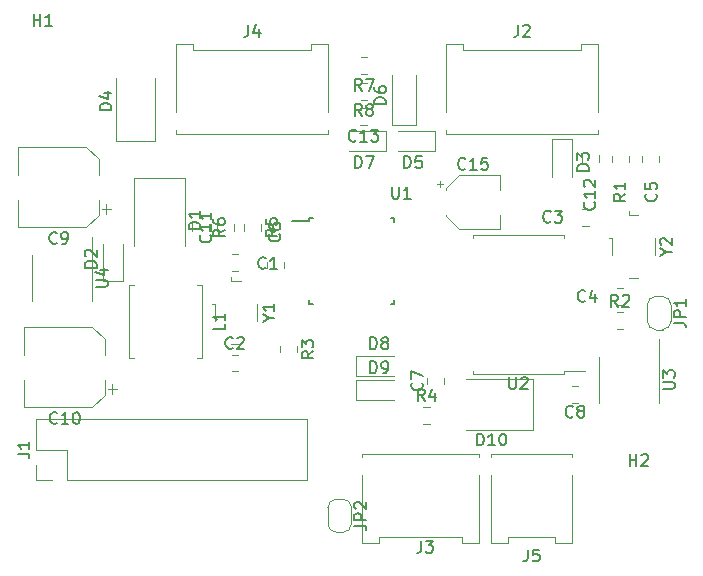
<source format=gbr>
%TF.GenerationSoftware,KiCad,Pcbnew,(5.1.6-0-10_14)*%
%TF.CreationDate,2021-03-12T18:27:13+01:00*%
%TF.ProjectId,CAN_Display,43414e5f-4469-4737-906c-61792e6b6963,rev?*%
%TF.SameCoordinates,Original*%
%TF.FileFunction,Legend,Top*%
%TF.FilePolarity,Positive*%
%FSLAX46Y46*%
G04 Gerber Fmt 4.6, Leading zero omitted, Abs format (unit mm)*
G04 Created by KiCad (PCBNEW (5.1.6-0-10_14)) date 2021-03-12 18:27:13*
%MOMM*%
%LPD*%
G01*
G04 APERTURE LIST*
%ADD10C,0.120000*%
%ADD11C,0.150000*%
G04 APERTURE END LIST*
D10*
%TO.C,U2*%
X171069000Y-94826000D02*
X167209000Y-94826000D01*
X167209000Y-94826000D02*
X167209000Y-95071000D01*
X171069000Y-94826000D02*
X174929000Y-94826000D01*
X174929000Y-94826000D02*
X174929000Y-95071000D01*
X171069000Y-106596000D02*
X167209000Y-106596000D01*
X167209000Y-106596000D02*
X167209000Y-106351000D01*
X171069000Y-106596000D02*
X174929000Y-106596000D01*
X174929000Y-106596000D02*
X174929000Y-106351000D01*
X174929000Y-106351000D02*
X176744000Y-106351000D01*
%TO.C,D10*%
X172342000Y-111370000D02*
X166642000Y-111370000D01*
X172342000Y-107070000D02*
X166642000Y-107070000D01*
X172342000Y-111370000D02*
X172342000Y-107070000D01*
%TO.C,D4*%
X137034000Y-86934000D02*
X137034000Y-81534000D01*
X140334000Y-86934000D02*
X140334000Y-81534000D01*
X137034000Y-86934000D02*
X140334000Y-86934000D01*
%TO.C,J1*%
X130242000Y-115630000D02*
X130242000Y-114300000D01*
X131572000Y-115630000D02*
X130242000Y-115630000D01*
X130242000Y-113030000D02*
X130242000Y-110430000D01*
X132842000Y-113030000D02*
X130242000Y-113030000D01*
X132842000Y-115630000D02*
X132842000Y-113030000D01*
X130242000Y-110430000D02*
X153222000Y-110430000D01*
X132842000Y-115630000D02*
X153222000Y-115630000D01*
X153222000Y-115630000D02*
X153222000Y-110430000D01*
%TO.C,J2*%
X177837000Y-78700000D02*
X177837000Y-84460000D01*
X176417000Y-78700000D02*
X177837000Y-78700000D01*
X176417000Y-79200000D02*
X176417000Y-78700000D01*
X166387000Y-79200000D02*
X176417000Y-79200000D01*
X166387000Y-78700000D02*
X166387000Y-79200000D01*
X164967000Y-78700000D02*
X166387000Y-78700000D01*
X164967000Y-84460000D02*
X164967000Y-78700000D01*
X177837000Y-86290000D02*
X177837000Y-85980000D01*
X164967000Y-86290000D02*
X177837000Y-86290000D01*
X164967000Y-85980000D02*
X164967000Y-86290000D01*
%TO.C,J5*%
X168777000Y-120944000D02*
X168777000Y-115184000D01*
X170197000Y-120944000D02*
X168777000Y-120944000D01*
X170197000Y-120444000D02*
X170197000Y-120944000D01*
X174227000Y-120444000D02*
X170197000Y-120444000D01*
X174227000Y-120944000D02*
X174227000Y-120444000D01*
X175647000Y-120944000D02*
X174227000Y-120944000D01*
X175647000Y-115184000D02*
X175647000Y-120944000D01*
X168777000Y-113354000D02*
X168777000Y-113664000D01*
X175647000Y-113354000D02*
X168777000Y-113354000D01*
X175647000Y-113664000D02*
X175647000Y-113354000D01*
%TO.C,D9*%
X157378000Y-107100000D02*
X157378000Y-108800000D01*
X157378000Y-108800000D02*
X160528000Y-108800000D01*
X157378000Y-107100000D02*
X160528000Y-107100000D01*
%TO.C,D8*%
X157378000Y-105068000D02*
X157378000Y-106768000D01*
X157378000Y-106768000D02*
X160528000Y-106768000D01*
X157378000Y-105068000D02*
X160528000Y-105068000D01*
%TO.C,D7*%
X159908000Y-87718000D02*
X159908000Y-86018000D01*
X159908000Y-86018000D02*
X156758000Y-86018000D01*
X159908000Y-87718000D02*
X156758000Y-87718000D01*
%TO.C,D5*%
X164059000Y-87718000D02*
X164059000Y-86018000D01*
X164059000Y-86018000D02*
X160909000Y-86018000D01*
X164059000Y-87718000D02*
X160909000Y-87718000D01*
%TO.C,D3*%
X175602000Y-86766000D02*
X173902000Y-86766000D01*
X173902000Y-86766000D02*
X173902000Y-89916000D01*
X175602000Y-86766000D02*
X175602000Y-89916000D01*
%TO.C,D2*%
X135929000Y-98781000D02*
X137629000Y-98781000D01*
X137629000Y-98781000D02*
X137629000Y-95631000D01*
X135929000Y-98781000D02*
X135929000Y-95631000D01*
%TO.C,Y2*%
X180441000Y-92830000D02*
X180441000Y-93130000D01*
X180441000Y-93130000D02*
X181241000Y-93130000D01*
X181241000Y-98530000D02*
X180441000Y-98530000D01*
X182641000Y-95130000D02*
X182641000Y-96530000D01*
X179041000Y-96530000D02*
X179041000Y-95130000D01*
X179041000Y-95130000D02*
X178801000Y-95130000D01*
%TO.C,Y1*%
X146786000Y-98418000D02*
X146786000Y-98718000D01*
X146786000Y-98718000D02*
X147586000Y-98718000D01*
X147586000Y-104118000D02*
X146786000Y-104118000D01*
X148986000Y-100718000D02*
X148986000Y-102118000D01*
X145386000Y-102118000D02*
X145386000Y-100718000D01*
X145386000Y-100718000D02*
X145146000Y-100718000D01*
%TO.C,JP2*%
X156956000Y-117918000D02*
X156956000Y-119318000D01*
X156256000Y-120018000D02*
X155656000Y-120018000D01*
X154956000Y-119318000D02*
X154956000Y-117918000D01*
X155656000Y-117218000D02*
X156256000Y-117218000D01*
X156256000Y-117218000D02*
G75*
G02*
X156956000Y-117918000I0J-700000D01*
G01*
X154956000Y-117918000D02*
G75*
G02*
X155656000Y-117218000I700000J0D01*
G01*
X155656000Y-120018000D02*
G75*
G02*
X154956000Y-119318000I0J700000D01*
G01*
X156956000Y-119318000D02*
G75*
G02*
X156256000Y-120018000I-700000J0D01*
G01*
%TO.C,J4*%
X154994000Y-78700000D02*
X154994000Y-84460000D01*
X153574000Y-78700000D02*
X154994000Y-78700000D01*
X153574000Y-79200000D02*
X153574000Y-78700000D01*
X143544000Y-79200000D02*
X153574000Y-79200000D01*
X143544000Y-78700000D02*
X143544000Y-79200000D01*
X142124000Y-78700000D02*
X143544000Y-78700000D01*
X142124000Y-84460000D02*
X142124000Y-78700000D01*
X154994000Y-86290000D02*
X154994000Y-85980000D01*
X142124000Y-86290000D02*
X154994000Y-86290000D01*
X142124000Y-85980000D02*
X142124000Y-86290000D01*
%TO.C,R8*%
X158258252Y-81967000D02*
X157735748Y-81967000D01*
X158258252Y-83387000D02*
X157735748Y-83387000D01*
%TO.C,R7*%
X158258252Y-79808000D02*
X157735748Y-79808000D01*
X158258252Y-81228000D02*
X157735748Y-81228000D01*
%TO.C,D6*%
X162417000Y-85580000D02*
X162417000Y-81280000D01*
X160417000Y-85580000D02*
X162417000Y-85580000D01*
X160417000Y-81280000D02*
X160417000Y-85580000D01*
%TO.C,C15*%
X164487000Y-90265000D02*
X164487000Y-90765000D01*
X164237000Y-90515000D02*
X164737000Y-90515000D01*
X164977000Y-93270563D02*
X166041437Y-94335000D01*
X164977000Y-90879437D02*
X166041437Y-89815000D01*
X164977000Y-90879437D02*
X164977000Y-91015000D01*
X164977000Y-93270563D02*
X164977000Y-93135000D01*
X166041437Y-94335000D02*
X169497000Y-94335000D01*
X166041437Y-89815000D02*
X169497000Y-89815000D01*
X169497000Y-89815000D02*
X169497000Y-91015000D01*
X169497000Y-94335000D02*
X169497000Y-93135000D01*
%TO.C,C13*%
X158240252Y-84126000D02*
X157717748Y-84126000D01*
X158240252Y-85546000D02*
X157717748Y-85546000D01*
%TO.C,U4*%
X129901000Y-98490000D02*
X129901000Y-100440000D01*
X129901000Y-98490000D02*
X129901000Y-96540000D01*
X135021000Y-98490000D02*
X135021000Y-100440000D01*
X135021000Y-98490000D02*
X135021000Y-95040000D01*
%TO.C,L1*%
X144324000Y-99092000D02*
X144324000Y-105292000D01*
X144324000Y-105292000D02*
X143874000Y-105292000D01*
X138124000Y-105292000D02*
X138124000Y-99092000D01*
X138124000Y-105292000D02*
X138574000Y-105292000D01*
X138124000Y-99092000D02*
X138574000Y-99092000D01*
X144324000Y-99092000D02*
X143874000Y-99092000D01*
%TO.C,D1*%
X142866000Y-90058000D02*
X138566000Y-90058000D01*
X138566000Y-90058000D02*
X138566000Y-95758000D01*
X142866000Y-90058000D02*
X142866000Y-95758000D01*
%TO.C,C10*%
X129272000Y-102635000D02*
X129272000Y-104985000D01*
X129272000Y-109455000D02*
X129272000Y-107105000D01*
X135027563Y-109455000D02*
X129272000Y-109455000D01*
X135027563Y-102635000D02*
X129272000Y-102635000D01*
X136092000Y-103699437D02*
X136092000Y-104985000D01*
X136092000Y-108390563D02*
X136092000Y-107105000D01*
X136092000Y-108390563D02*
X135027563Y-109455000D01*
X136092000Y-103699437D02*
X135027563Y-102635000D01*
X137119500Y-107892500D02*
X136332000Y-107892500D01*
X136725750Y-108286250D02*
X136725750Y-107498750D01*
%TO.C,C9*%
X128764000Y-87395000D02*
X128764000Y-89745000D01*
X128764000Y-94215000D02*
X128764000Y-91865000D01*
X134519563Y-94215000D02*
X128764000Y-94215000D01*
X134519563Y-87395000D02*
X128764000Y-87395000D01*
X135584000Y-88459437D02*
X135584000Y-89745000D01*
X135584000Y-93150563D02*
X135584000Y-91865000D01*
X135584000Y-93150563D02*
X134519563Y-94215000D01*
X135584000Y-88459437D02*
X134519563Y-87395000D01*
X136611500Y-92652500D02*
X135824000Y-92652500D01*
X136217750Y-93046250D02*
X136217750Y-92258750D01*
%TO.C,C12*%
X177875000Y-88121748D02*
X177875000Y-88644252D01*
X176455000Y-88121748D02*
X176455000Y-88644252D01*
%TO.C,R6*%
X144855000Y-93963748D02*
X144855000Y-94486252D01*
X143435000Y-93963748D02*
X143435000Y-94486252D01*
%TO.C,R5*%
X149300000Y-93963748D02*
X149300000Y-94486252D01*
X147880000Y-93963748D02*
X147880000Y-94486252D01*
%TO.C,C11*%
X145594000Y-94486252D02*
X145594000Y-93963748D01*
X147014000Y-94486252D02*
X147014000Y-93963748D01*
%TO.C,U3*%
X183027000Y-107123000D02*
X183027000Y-103673000D01*
X183027000Y-107123000D02*
X183027000Y-109073000D01*
X177907000Y-107123000D02*
X177907000Y-105173000D01*
X177907000Y-107123000D02*
X177907000Y-109073000D01*
%TO.C,R4*%
X163051748Y-110819000D02*
X163574252Y-110819000D01*
X163051748Y-109399000D02*
X163574252Y-109399000D01*
%TO.C,J3*%
X167725000Y-113664000D02*
X167725000Y-113354000D01*
X167725000Y-113354000D02*
X157855000Y-113354000D01*
X157855000Y-113354000D02*
X157855000Y-113664000D01*
X167725000Y-115184000D02*
X167725000Y-120944000D01*
X167725000Y-120944000D02*
X166305000Y-120944000D01*
X166305000Y-120944000D02*
X166305000Y-120444000D01*
X166305000Y-120444000D02*
X159275000Y-120444000D01*
X159275000Y-120444000D02*
X159275000Y-120944000D01*
X159275000Y-120944000D02*
X157855000Y-120944000D01*
X157855000Y-120944000D02*
X157855000Y-115184000D01*
%TO.C,R3*%
X152348000Y-104268748D02*
X152348000Y-104791252D01*
X150928000Y-104268748D02*
X150928000Y-104791252D01*
D11*
%TO.C,U1*%
X153347000Y-93403000D02*
X153347000Y-93628000D01*
X160597000Y-93403000D02*
X160597000Y-93728000D01*
X160597000Y-100653000D02*
X160597000Y-100328000D01*
X153347000Y-100653000D02*
X153347000Y-100328000D01*
X153347000Y-93403000D02*
X153672000Y-93403000D01*
X153347000Y-100653000D02*
X153672000Y-100653000D01*
X160597000Y-100653000D02*
X160272000Y-100653000D01*
X160597000Y-93403000D02*
X160272000Y-93403000D01*
X153347000Y-93628000D02*
X151922000Y-93628000D01*
D10*
%TO.C,C8*%
X175624748Y-109041000D02*
X176147252Y-109041000D01*
X175624748Y-107621000D02*
X176147252Y-107621000D01*
%TO.C,C7*%
X164794000Y-107458252D02*
X164794000Y-106935748D01*
X163374000Y-107458252D02*
X163374000Y-106935748D01*
%TO.C,C6*%
X151205000Y-97661252D02*
X151205000Y-97138748D01*
X149785000Y-97661252D02*
X149785000Y-97138748D01*
%TO.C,C5*%
X181535000Y-88139748D02*
X181535000Y-88662252D01*
X182955000Y-88139748D02*
X182955000Y-88662252D01*
%TO.C,R2*%
X179434748Y-102818000D02*
X179957252Y-102818000D01*
X179434748Y-101398000D02*
X179957252Y-101398000D01*
%TO.C,R1*%
X178995000Y-88139748D02*
X178995000Y-88662252D01*
X180415000Y-88139748D02*
X180415000Y-88662252D01*
%TO.C,JP1*%
X184007000Y-100758000D02*
X184007000Y-102158000D01*
X183307000Y-102858000D02*
X182707000Y-102858000D01*
X182007000Y-102158000D02*
X182007000Y-100758000D01*
X182707000Y-100058000D02*
X183307000Y-100058000D01*
X183307000Y-100058000D02*
G75*
G02*
X184007000Y-100758000I0J-700000D01*
G01*
X182007000Y-100758000D02*
G75*
G02*
X182707000Y-100058000I700000J0D01*
G01*
X182707000Y-102858000D02*
G75*
G02*
X182007000Y-102158000I0J700000D01*
G01*
X184007000Y-102158000D02*
G75*
G02*
X183307000Y-102858000I-700000J0D01*
G01*
%TO.C,C4*%
X179957252Y-99366000D02*
X179434748Y-99366000D01*
X179957252Y-100786000D02*
X179434748Y-100786000D01*
%TO.C,C3*%
X177036252Y-92635000D02*
X176513748Y-92635000D01*
X177036252Y-94055000D02*
X176513748Y-94055000D01*
%TO.C,C2*%
X146813748Y-106392000D02*
X147336252Y-106392000D01*
X146813748Y-104972000D02*
X147336252Y-104972000D01*
%TO.C,C1*%
X147336252Y-96445000D02*
X146813748Y-96445000D01*
X147336252Y-97865000D02*
X146813748Y-97865000D01*
%TO.C,U2*%
D11*
X170307095Y-106883380D02*
X170307095Y-107692904D01*
X170354714Y-107788142D01*
X170402333Y-107835761D01*
X170497571Y-107883380D01*
X170688047Y-107883380D01*
X170783285Y-107835761D01*
X170830904Y-107788142D01*
X170878523Y-107692904D01*
X170878523Y-106883380D01*
X171307095Y-106978619D02*
X171354714Y-106931000D01*
X171449952Y-106883380D01*
X171688047Y-106883380D01*
X171783285Y-106931000D01*
X171830904Y-106978619D01*
X171878523Y-107073857D01*
X171878523Y-107169095D01*
X171830904Y-107311952D01*
X171259476Y-107883380D01*
X171878523Y-107883380D01*
%TO.C,D10*%
X167577714Y-112672380D02*
X167577714Y-111672380D01*
X167815809Y-111672380D01*
X167958666Y-111720000D01*
X168053904Y-111815238D01*
X168101523Y-111910476D01*
X168149142Y-112100952D01*
X168149142Y-112243809D01*
X168101523Y-112434285D01*
X168053904Y-112529523D01*
X167958666Y-112624761D01*
X167815809Y-112672380D01*
X167577714Y-112672380D01*
X169101523Y-112672380D02*
X168530095Y-112672380D01*
X168815809Y-112672380D02*
X168815809Y-111672380D01*
X168720571Y-111815238D01*
X168625333Y-111910476D01*
X168530095Y-111958095D01*
X169720571Y-111672380D02*
X169815809Y-111672380D01*
X169911047Y-111720000D01*
X169958666Y-111767619D01*
X170006285Y-111862857D01*
X170053904Y-112053333D01*
X170053904Y-112291428D01*
X170006285Y-112481904D01*
X169958666Y-112577142D01*
X169911047Y-112624761D01*
X169815809Y-112672380D01*
X169720571Y-112672380D01*
X169625333Y-112624761D01*
X169577714Y-112577142D01*
X169530095Y-112481904D01*
X169482476Y-112291428D01*
X169482476Y-112053333D01*
X169530095Y-111862857D01*
X169577714Y-111767619D01*
X169625333Y-111720000D01*
X169720571Y-111672380D01*
%TO.C,D4*%
X136636380Y-84272095D02*
X135636380Y-84272095D01*
X135636380Y-84034000D01*
X135684000Y-83891142D01*
X135779238Y-83795904D01*
X135874476Y-83748285D01*
X136064952Y-83700666D01*
X136207809Y-83700666D01*
X136398285Y-83748285D01*
X136493523Y-83795904D01*
X136588761Y-83891142D01*
X136636380Y-84034000D01*
X136636380Y-84272095D01*
X135969714Y-82843523D02*
X136636380Y-82843523D01*
X135588761Y-83081619D02*
X136303047Y-83319714D01*
X136303047Y-82700666D01*
%TO.C,J1*%
X128694380Y-113363333D02*
X129408666Y-113363333D01*
X129551523Y-113410952D01*
X129646761Y-113506190D01*
X129694380Y-113649047D01*
X129694380Y-113744285D01*
X129694380Y-112363333D02*
X129694380Y-112934761D01*
X129694380Y-112649047D02*
X128694380Y-112649047D01*
X128837238Y-112744285D01*
X128932476Y-112839523D01*
X128980095Y-112934761D01*
%TO.C,J2*%
X171068666Y-77062380D02*
X171068666Y-77776666D01*
X171021047Y-77919523D01*
X170925809Y-78014761D01*
X170782952Y-78062380D01*
X170687714Y-78062380D01*
X171497238Y-77157619D02*
X171544857Y-77110000D01*
X171640095Y-77062380D01*
X171878190Y-77062380D01*
X171973428Y-77110000D01*
X172021047Y-77157619D01*
X172068666Y-77252857D01*
X172068666Y-77348095D01*
X172021047Y-77490952D01*
X171449619Y-78062380D01*
X172068666Y-78062380D01*
%TO.C,J5*%
X171878666Y-121486380D02*
X171878666Y-122200666D01*
X171831047Y-122343523D01*
X171735809Y-122438761D01*
X171592952Y-122486380D01*
X171497714Y-122486380D01*
X172831047Y-121486380D02*
X172354857Y-121486380D01*
X172307238Y-121962571D01*
X172354857Y-121914952D01*
X172450095Y-121867333D01*
X172688190Y-121867333D01*
X172783428Y-121914952D01*
X172831047Y-121962571D01*
X172878666Y-122057809D01*
X172878666Y-122295904D01*
X172831047Y-122391142D01*
X172783428Y-122438761D01*
X172688190Y-122486380D01*
X172450095Y-122486380D01*
X172354857Y-122438761D01*
X172307238Y-122391142D01*
%TO.C,D9*%
X158539904Y-106552380D02*
X158539904Y-105552380D01*
X158778000Y-105552380D01*
X158920857Y-105600000D01*
X159016095Y-105695238D01*
X159063714Y-105790476D01*
X159111333Y-105980952D01*
X159111333Y-106123809D01*
X159063714Y-106314285D01*
X159016095Y-106409523D01*
X158920857Y-106504761D01*
X158778000Y-106552380D01*
X158539904Y-106552380D01*
X159587523Y-106552380D02*
X159778000Y-106552380D01*
X159873238Y-106504761D01*
X159920857Y-106457142D01*
X160016095Y-106314285D01*
X160063714Y-106123809D01*
X160063714Y-105742857D01*
X160016095Y-105647619D01*
X159968476Y-105600000D01*
X159873238Y-105552380D01*
X159682761Y-105552380D01*
X159587523Y-105600000D01*
X159539904Y-105647619D01*
X159492285Y-105742857D01*
X159492285Y-105980952D01*
X159539904Y-106076190D01*
X159587523Y-106123809D01*
X159682761Y-106171428D01*
X159873238Y-106171428D01*
X159968476Y-106123809D01*
X160016095Y-106076190D01*
X160063714Y-105980952D01*
%TO.C,D8*%
X158539904Y-104520380D02*
X158539904Y-103520380D01*
X158778000Y-103520380D01*
X158920857Y-103568000D01*
X159016095Y-103663238D01*
X159063714Y-103758476D01*
X159111333Y-103948952D01*
X159111333Y-104091809D01*
X159063714Y-104282285D01*
X159016095Y-104377523D01*
X158920857Y-104472761D01*
X158778000Y-104520380D01*
X158539904Y-104520380D01*
X159682761Y-103948952D02*
X159587523Y-103901333D01*
X159539904Y-103853714D01*
X159492285Y-103758476D01*
X159492285Y-103710857D01*
X159539904Y-103615619D01*
X159587523Y-103568000D01*
X159682761Y-103520380D01*
X159873238Y-103520380D01*
X159968476Y-103568000D01*
X160016095Y-103615619D01*
X160063714Y-103710857D01*
X160063714Y-103758476D01*
X160016095Y-103853714D01*
X159968476Y-103901333D01*
X159873238Y-103948952D01*
X159682761Y-103948952D01*
X159587523Y-103996571D01*
X159539904Y-104044190D01*
X159492285Y-104139428D01*
X159492285Y-104329904D01*
X159539904Y-104425142D01*
X159587523Y-104472761D01*
X159682761Y-104520380D01*
X159873238Y-104520380D01*
X159968476Y-104472761D01*
X160016095Y-104425142D01*
X160063714Y-104329904D01*
X160063714Y-104139428D01*
X160016095Y-104044190D01*
X159968476Y-103996571D01*
X159873238Y-103948952D01*
%TO.C,D7*%
X157269904Y-89170380D02*
X157269904Y-88170380D01*
X157508000Y-88170380D01*
X157650857Y-88218000D01*
X157746095Y-88313238D01*
X157793714Y-88408476D01*
X157841333Y-88598952D01*
X157841333Y-88741809D01*
X157793714Y-88932285D01*
X157746095Y-89027523D01*
X157650857Y-89122761D01*
X157508000Y-89170380D01*
X157269904Y-89170380D01*
X158174666Y-88170380D02*
X158841333Y-88170380D01*
X158412761Y-89170380D01*
%TO.C,D5*%
X161420904Y-89170380D02*
X161420904Y-88170380D01*
X161659000Y-88170380D01*
X161801857Y-88218000D01*
X161897095Y-88313238D01*
X161944714Y-88408476D01*
X161992333Y-88598952D01*
X161992333Y-88741809D01*
X161944714Y-88932285D01*
X161897095Y-89027523D01*
X161801857Y-89122761D01*
X161659000Y-89170380D01*
X161420904Y-89170380D01*
X162897095Y-88170380D02*
X162420904Y-88170380D01*
X162373285Y-88646571D01*
X162420904Y-88598952D01*
X162516142Y-88551333D01*
X162754238Y-88551333D01*
X162849476Y-88598952D01*
X162897095Y-88646571D01*
X162944714Y-88741809D01*
X162944714Y-88979904D01*
X162897095Y-89075142D01*
X162849476Y-89122761D01*
X162754238Y-89170380D01*
X162516142Y-89170380D01*
X162420904Y-89122761D01*
X162373285Y-89075142D01*
%TO.C,D3*%
X177054380Y-89404095D02*
X176054380Y-89404095D01*
X176054380Y-89166000D01*
X176102000Y-89023142D01*
X176197238Y-88927904D01*
X176292476Y-88880285D01*
X176482952Y-88832666D01*
X176625809Y-88832666D01*
X176816285Y-88880285D01*
X176911523Y-88927904D01*
X177006761Y-89023142D01*
X177054380Y-89166000D01*
X177054380Y-89404095D01*
X176054380Y-88499333D02*
X176054380Y-87880285D01*
X176435333Y-88213619D01*
X176435333Y-88070761D01*
X176482952Y-87975523D01*
X176530571Y-87927904D01*
X176625809Y-87880285D01*
X176863904Y-87880285D01*
X176959142Y-87927904D01*
X177006761Y-87975523D01*
X177054380Y-88070761D01*
X177054380Y-88356476D01*
X177006761Y-88451714D01*
X176959142Y-88499333D01*
%TO.C,D2*%
X135381380Y-97619095D02*
X134381380Y-97619095D01*
X134381380Y-97381000D01*
X134429000Y-97238142D01*
X134524238Y-97142904D01*
X134619476Y-97095285D01*
X134809952Y-97047666D01*
X134952809Y-97047666D01*
X135143285Y-97095285D01*
X135238523Y-97142904D01*
X135333761Y-97238142D01*
X135381380Y-97381000D01*
X135381380Y-97619095D01*
X134476619Y-96666714D02*
X134429000Y-96619095D01*
X134381380Y-96523857D01*
X134381380Y-96285761D01*
X134429000Y-96190523D01*
X134476619Y-96142904D01*
X134571857Y-96095285D01*
X134667095Y-96095285D01*
X134809952Y-96142904D01*
X135381380Y-96714333D01*
X135381380Y-96095285D01*
%TO.C,Y2*%
X183617190Y-96306190D02*
X184093380Y-96306190D01*
X183093380Y-96639523D02*
X183617190Y-96306190D01*
X183093380Y-95972857D01*
X183188619Y-95687142D02*
X183141000Y-95639523D01*
X183093380Y-95544285D01*
X183093380Y-95306190D01*
X183141000Y-95210952D01*
X183188619Y-95163333D01*
X183283857Y-95115714D01*
X183379095Y-95115714D01*
X183521952Y-95163333D01*
X184093380Y-95734761D01*
X184093380Y-95115714D01*
%TO.C,Y1*%
X149962190Y-101894190D02*
X150438380Y-101894190D01*
X149438380Y-102227523D02*
X149962190Y-101894190D01*
X149438380Y-101560857D01*
X150438380Y-100703714D02*
X150438380Y-101275142D01*
X150438380Y-100989428D02*
X149438380Y-100989428D01*
X149581238Y-101084666D01*
X149676476Y-101179904D01*
X149724095Y-101275142D01*
%TO.C,JP2*%
X157208380Y-119451333D02*
X157922666Y-119451333D01*
X158065523Y-119498952D01*
X158160761Y-119594190D01*
X158208380Y-119737047D01*
X158208380Y-119832285D01*
X158208380Y-118975142D02*
X157208380Y-118975142D01*
X157208380Y-118594190D01*
X157256000Y-118498952D01*
X157303619Y-118451333D01*
X157398857Y-118403714D01*
X157541714Y-118403714D01*
X157636952Y-118451333D01*
X157684571Y-118498952D01*
X157732190Y-118594190D01*
X157732190Y-118975142D01*
X157303619Y-118022761D02*
X157256000Y-117975142D01*
X157208380Y-117879904D01*
X157208380Y-117641809D01*
X157256000Y-117546571D01*
X157303619Y-117498952D01*
X157398857Y-117451333D01*
X157494095Y-117451333D01*
X157636952Y-117498952D01*
X158208380Y-118070380D01*
X158208380Y-117451333D01*
%TO.C,J4*%
X148225666Y-77062380D02*
X148225666Y-77776666D01*
X148178047Y-77919523D01*
X148082809Y-78014761D01*
X147939952Y-78062380D01*
X147844714Y-78062380D01*
X149130428Y-77395714D02*
X149130428Y-78062380D01*
X148892333Y-77014761D02*
X148654238Y-77729047D01*
X149273285Y-77729047D01*
%TO.C,R8*%
X157830333Y-84779380D02*
X157497000Y-84303190D01*
X157258904Y-84779380D02*
X157258904Y-83779380D01*
X157639857Y-83779380D01*
X157735095Y-83827000D01*
X157782714Y-83874619D01*
X157830333Y-83969857D01*
X157830333Y-84112714D01*
X157782714Y-84207952D01*
X157735095Y-84255571D01*
X157639857Y-84303190D01*
X157258904Y-84303190D01*
X158401761Y-84207952D02*
X158306523Y-84160333D01*
X158258904Y-84112714D01*
X158211285Y-84017476D01*
X158211285Y-83969857D01*
X158258904Y-83874619D01*
X158306523Y-83827000D01*
X158401761Y-83779380D01*
X158592238Y-83779380D01*
X158687476Y-83827000D01*
X158735095Y-83874619D01*
X158782714Y-83969857D01*
X158782714Y-84017476D01*
X158735095Y-84112714D01*
X158687476Y-84160333D01*
X158592238Y-84207952D01*
X158401761Y-84207952D01*
X158306523Y-84255571D01*
X158258904Y-84303190D01*
X158211285Y-84398428D01*
X158211285Y-84588904D01*
X158258904Y-84684142D01*
X158306523Y-84731761D01*
X158401761Y-84779380D01*
X158592238Y-84779380D01*
X158687476Y-84731761D01*
X158735095Y-84684142D01*
X158782714Y-84588904D01*
X158782714Y-84398428D01*
X158735095Y-84303190D01*
X158687476Y-84255571D01*
X158592238Y-84207952D01*
%TO.C,R7*%
X157830333Y-82620380D02*
X157497000Y-82144190D01*
X157258904Y-82620380D02*
X157258904Y-81620380D01*
X157639857Y-81620380D01*
X157735095Y-81668000D01*
X157782714Y-81715619D01*
X157830333Y-81810857D01*
X157830333Y-81953714D01*
X157782714Y-82048952D01*
X157735095Y-82096571D01*
X157639857Y-82144190D01*
X157258904Y-82144190D01*
X158163666Y-81620380D02*
X158830333Y-81620380D01*
X158401761Y-82620380D01*
%TO.C,D6*%
X159869380Y-83768095D02*
X158869380Y-83768095D01*
X158869380Y-83530000D01*
X158917000Y-83387142D01*
X159012238Y-83291904D01*
X159107476Y-83244285D01*
X159297952Y-83196666D01*
X159440809Y-83196666D01*
X159631285Y-83244285D01*
X159726523Y-83291904D01*
X159821761Y-83387142D01*
X159869380Y-83530000D01*
X159869380Y-83768095D01*
X158869380Y-82339523D02*
X158869380Y-82530000D01*
X158917000Y-82625238D01*
X158964619Y-82672857D01*
X159107476Y-82768095D01*
X159297952Y-82815714D01*
X159678904Y-82815714D01*
X159774142Y-82768095D01*
X159821761Y-82720476D01*
X159869380Y-82625238D01*
X159869380Y-82434761D01*
X159821761Y-82339523D01*
X159774142Y-82291904D01*
X159678904Y-82244285D01*
X159440809Y-82244285D01*
X159345571Y-82291904D01*
X159297952Y-82339523D01*
X159250333Y-82434761D01*
X159250333Y-82625238D01*
X159297952Y-82720476D01*
X159345571Y-82768095D01*
X159440809Y-82815714D01*
%TO.C,C15*%
X166594142Y-89232142D02*
X166546523Y-89279761D01*
X166403666Y-89327380D01*
X166308428Y-89327380D01*
X166165571Y-89279761D01*
X166070333Y-89184523D01*
X166022714Y-89089285D01*
X165975095Y-88898809D01*
X165975095Y-88755952D01*
X166022714Y-88565476D01*
X166070333Y-88470238D01*
X166165571Y-88375000D01*
X166308428Y-88327380D01*
X166403666Y-88327380D01*
X166546523Y-88375000D01*
X166594142Y-88422619D01*
X167546523Y-89327380D02*
X166975095Y-89327380D01*
X167260809Y-89327380D02*
X167260809Y-88327380D01*
X167165571Y-88470238D01*
X167070333Y-88565476D01*
X166975095Y-88613095D01*
X168451285Y-88327380D02*
X167975095Y-88327380D01*
X167927476Y-88803571D01*
X167975095Y-88755952D01*
X168070333Y-88708333D01*
X168308428Y-88708333D01*
X168403666Y-88755952D01*
X168451285Y-88803571D01*
X168498904Y-88898809D01*
X168498904Y-89136904D01*
X168451285Y-89232142D01*
X168403666Y-89279761D01*
X168308428Y-89327380D01*
X168070333Y-89327380D01*
X167975095Y-89279761D01*
X167927476Y-89232142D01*
%TO.C,C13*%
X157336142Y-86843142D02*
X157288523Y-86890761D01*
X157145666Y-86938380D01*
X157050428Y-86938380D01*
X156907571Y-86890761D01*
X156812333Y-86795523D01*
X156764714Y-86700285D01*
X156717095Y-86509809D01*
X156717095Y-86366952D01*
X156764714Y-86176476D01*
X156812333Y-86081238D01*
X156907571Y-85986000D01*
X157050428Y-85938380D01*
X157145666Y-85938380D01*
X157288523Y-85986000D01*
X157336142Y-86033619D01*
X158288523Y-86938380D02*
X157717095Y-86938380D01*
X158002809Y-86938380D02*
X158002809Y-85938380D01*
X157907571Y-86081238D01*
X157812333Y-86176476D01*
X157717095Y-86224095D01*
X158621857Y-85938380D02*
X159240904Y-85938380D01*
X158907571Y-86319333D01*
X159050428Y-86319333D01*
X159145666Y-86366952D01*
X159193285Y-86414571D01*
X159240904Y-86509809D01*
X159240904Y-86747904D01*
X159193285Y-86843142D01*
X159145666Y-86890761D01*
X159050428Y-86938380D01*
X158764714Y-86938380D01*
X158669476Y-86890761D01*
X158621857Y-86843142D01*
%TO.C,U4*%
X135313380Y-99251904D02*
X136122904Y-99251904D01*
X136218142Y-99204285D01*
X136265761Y-99156666D01*
X136313380Y-99061428D01*
X136313380Y-98870952D01*
X136265761Y-98775714D01*
X136218142Y-98728095D01*
X136122904Y-98680476D01*
X135313380Y-98680476D01*
X135646714Y-97775714D02*
X136313380Y-97775714D01*
X135265761Y-98013809D02*
X135980047Y-98251904D01*
X135980047Y-97632857D01*
%TO.C,L1*%
X146276380Y-102358666D02*
X146276380Y-102834857D01*
X145276380Y-102834857D01*
X146276380Y-101501523D02*
X146276380Y-102072952D01*
X146276380Y-101787238D02*
X145276380Y-101787238D01*
X145419238Y-101882476D01*
X145514476Y-101977714D01*
X145562095Y-102072952D01*
%TO.C,D1*%
X144168380Y-94346095D02*
X143168380Y-94346095D01*
X143168380Y-94108000D01*
X143216000Y-93965142D01*
X143311238Y-93869904D01*
X143406476Y-93822285D01*
X143596952Y-93774666D01*
X143739809Y-93774666D01*
X143930285Y-93822285D01*
X144025523Y-93869904D01*
X144120761Y-93965142D01*
X144168380Y-94108000D01*
X144168380Y-94346095D01*
X144168380Y-92822285D02*
X144168380Y-93393714D01*
X144168380Y-93108000D02*
X143168380Y-93108000D01*
X143311238Y-93203238D01*
X143406476Y-93298476D01*
X143454095Y-93393714D01*
%TO.C,C10*%
X132039142Y-110752142D02*
X131991523Y-110799761D01*
X131848666Y-110847380D01*
X131753428Y-110847380D01*
X131610571Y-110799761D01*
X131515333Y-110704523D01*
X131467714Y-110609285D01*
X131420095Y-110418809D01*
X131420095Y-110275952D01*
X131467714Y-110085476D01*
X131515333Y-109990238D01*
X131610571Y-109895000D01*
X131753428Y-109847380D01*
X131848666Y-109847380D01*
X131991523Y-109895000D01*
X132039142Y-109942619D01*
X132991523Y-110847380D02*
X132420095Y-110847380D01*
X132705809Y-110847380D02*
X132705809Y-109847380D01*
X132610571Y-109990238D01*
X132515333Y-110085476D01*
X132420095Y-110133095D01*
X133610571Y-109847380D02*
X133705809Y-109847380D01*
X133801047Y-109895000D01*
X133848666Y-109942619D01*
X133896285Y-110037857D01*
X133943904Y-110228333D01*
X133943904Y-110466428D01*
X133896285Y-110656904D01*
X133848666Y-110752142D01*
X133801047Y-110799761D01*
X133705809Y-110847380D01*
X133610571Y-110847380D01*
X133515333Y-110799761D01*
X133467714Y-110752142D01*
X133420095Y-110656904D01*
X133372476Y-110466428D01*
X133372476Y-110228333D01*
X133420095Y-110037857D01*
X133467714Y-109942619D01*
X133515333Y-109895000D01*
X133610571Y-109847380D01*
%TO.C,C9*%
X132007333Y-95512142D02*
X131959714Y-95559761D01*
X131816857Y-95607380D01*
X131721619Y-95607380D01*
X131578761Y-95559761D01*
X131483523Y-95464523D01*
X131435904Y-95369285D01*
X131388285Y-95178809D01*
X131388285Y-95035952D01*
X131435904Y-94845476D01*
X131483523Y-94750238D01*
X131578761Y-94655000D01*
X131721619Y-94607380D01*
X131816857Y-94607380D01*
X131959714Y-94655000D01*
X132007333Y-94702619D01*
X132483523Y-95607380D02*
X132674000Y-95607380D01*
X132769238Y-95559761D01*
X132816857Y-95512142D01*
X132912095Y-95369285D01*
X132959714Y-95178809D01*
X132959714Y-94797857D01*
X132912095Y-94702619D01*
X132864476Y-94655000D01*
X132769238Y-94607380D01*
X132578761Y-94607380D01*
X132483523Y-94655000D01*
X132435904Y-94702619D01*
X132388285Y-94797857D01*
X132388285Y-95035952D01*
X132435904Y-95131190D01*
X132483523Y-95178809D01*
X132578761Y-95226428D01*
X132769238Y-95226428D01*
X132864476Y-95178809D01*
X132912095Y-95131190D01*
X132959714Y-95035952D01*
%TO.C,C12*%
X177522142Y-92082857D02*
X177569761Y-92130476D01*
X177617380Y-92273333D01*
X177617380Y-92368571D01*
X177569761Y-92511428D01*
X177474523Y-92606666D01*
X177379285Y-92654285D01*
X177188809Y-92701904D01*
X177045952Y-92701904D01*
X176855476Y-92654285D01*
X176760238Y-92606666D01*
X176665000Y-92511428D01*
X176617380Y-92368571D01*
X176617380Y-92273333D01*
X176665000Y-92130476D01*
X176712619Y-92082857D01*
X177617380Y-91130476D02*
X177617380Y-91701904D01*
X177617380Y-91416190D02*
X176617380Y-91416190D01*
X176760238Y-91511428D01*
X176855476Y-91606666D01*
X176903095Y-91701904D01*
X176712619Y-90749523D02*
X176665000Y-90701904D01*
X176617380Y-90606666D01*
X176617380Y-90368571D01*
X176665000Y-90273333D01*
X176712619Y-90225714D01*
X176807857Y-90178095D01*
X176903095Y-90178095D01*
X177045952Y-90225714D01*
X177617380Y-90797142D01*
X177617380Y-90178095D01*
%TO.C,R6*%
X146247380Y-94391666D02*
X145771190Y-94725000D01*
X146247380Y-94963095D02*
X145247380Y-94963095D01*
X145247380Y-94582142D01*
X145295000Y-94486904D01*
X145342619Y-94439285D01*
X145437857Y-94391666D01*
X145580714Y-94391666D01*
X145675952Y-94439285D01*
X145723571Y-94486904D01*
X145771190Y-94582142D01*
X145771190Y-94963095D01*
X145247380Y-93534523D02*
X145247380Y-93725000D01*
X145295000Y-93820238D01*
X145342619Y-93867857D01*
X145485476Y-93963095D01*
X145675952Y-94010714D01*
X146056904Y-94010714D01*
X146152142Y-93963095D01*
X146199761Y-93915476D01*
X146247380Y-93820238D01*
X146247380Y-93629761D01*
X146199761Y-93534523D01*
X146152142Y-93486904D01*
X146056904Y-93439285D01*
X145818809Y-93439285D01*
X145723571Y-93486904D01*
X145675952Y-93534523D01*
X145628333Y-93629761D01*
X145628333Y-93820238D01*
X145675952Y-93915476D01*
X145723571Y-93963095D01*
X145818809Y-94010714D01*
%TO.C,R5*%
X150692380Y-94391666D02*
X150216190Y-94725000D01*
X150692380Y-94963095D02*
X149692380Y-94963095D01*
X149692380Y-94582142D01*
X149740000Y-94486904D01*
X149787619Y-94439285D01*
X149882857Y-94391666D01*
X150025714Y-94391666D01*
X150120952Y-94439285D01*
X150168571Y-94486904D01*
X150216190Y-94582142D01*
X150216190Y-94963095D01*
X149692380Y-93486904D02*
X149692380Y-93963095D01*
X150168571Y-94010714D01*
X150120952Y-93963095D01*
X150073333Y-93867857D01*
X150073333Y-93629761D01*
X150120952Y-93534523D01*
X150168571Y-93486904D01*
X150263809Y-93439285D01*
X150501904Y-93439285D01*
X150597142Y-93486904D01*
X150644761Y-93534523D01*
X150692380Y-93629761D01*
X150692380Y-93867857D01*
X150644761Y-93963095D01*
X150597142Y-94010714D01*
%TO.C,C11*%
X145011142Y-94867857D02*
X145058761Y-94915476D01*
X145106380Y-95058333D01*
X145106380Y-95153571D01*
X145058761Y-95296428D01*
X144963523Y-95391666D01*
X144868285Y-95439285D01*
X144677809Y-95486904D01*
X144534952Y-95486904D01*
X144344476Y-95439285D01*
X144249238Y-95391666D01*
X144154000Y-95296428D01*
X144106380Y-95153571D01*
X144106380Y-95058333D01*
X144154000Y-94915476D01*
X144201619Y-94867857D01*
X145106380Y-93915476D02*
X145106380Y-94486904D01*
X145106380Y-94201190D02*
X144106380Y-94201190D01*
X144249238Y-94296428D01*
X144344476Y-94391666D01*
X144392095Y-94486904D01*
X145106380Y-92963095D02*
X145106380Y-93534523D01*
X145106380Y-93248809D02*
X144106380Y-93248809D01*
X144249238Y-93344047D01*
X144344476Y-93439285D01*
X144392095Y-93534523D01*
%TO.C,H2*%
X180513151Y-114408436D02*
X180513151Y-113408436D01*
X180513151Y-113884627D02*
X181084579Y-113884627D01*
X181084579Y-114408436D02*
X181084579Y-113408436D01*
X181513151Y-113503675D02*
X181560770Y-113456056D01*
X181656008Y-113408436D01*
X181894103Y-113408436D01*
X181989341Y-113456056D01*
X182036960Y-113503675D01*
X182084579Y-113598913D01*
X182084579Y-113694151D01*
X182036960Y-113837008D01*
X181465532Y-114408436D01*
X182084579Y-114408436D01*
%TO.C,H1*%
X130048095Y-77151380D02*
X130048095Y-76151380D01*
X130048095Y-76627571D02*
X130619523Y-76627571D01*
X130619523Y-77151380D02*
X130619523Y-76151380D01*
X131619523Y-77151380D02*
X131048095Y-77151380D01*
X131333809Y-77151380D02*
X131333809Y-76151380D01*
X131238571Y-76294238D01*
X131143333Y-76389476D01*
X131048095Y-76437095D01*
%TO.C,U3*%
X183319380Y-107884904D02*
X184128904Y-107884904D01*
X184224142Y-107837285D01*
X184271761Y-107789666D01*
X184319380Y-107694428D01*
X184319380Y-107503952D01*
X184271761Y-107408714D01*
X184224142Y-107361095D01*
X184128904Y-107313476D01*
X183319380Y-107313476D01*
X183319380Y-106932523D02*
X183319380Y-106313476D01*
X183700333Y-106646809D01*
X183700333Y-106503952D01*
X183747952Y-106408714D01*
X183795571Y-106361095D01*
X183890809Y-106313476D01*
X184128904Y-106313476D01*
X184224142Y-106361095D01*
X184271761Y-106408714D01*
X184319380Y-106503952D01*
X184319380Y-106789666D01*
X184271761Y-106884904D01*
X184224142Y-106932523D01*
%TO.C,R4*%
X163146333Y-108911380D02*
X162813000Y-108435190D01*
X162574904Y-108911380D02*
X162574904Y-107911380D01*
X162955857Y-107911380D01*
X163051095Y-107959000D01*
X163098714Y-108006619D01*
X163146333Y-108101857D01*
X163146333Y-108244714D01*
X163098714Y-108339952D01*
X163051095Y-108387571D01*
X162955857Y-108435190D01*
X162574904Y-108435190D01*
X164003476Y-108244714D02*
X164003476Y-108911380D01*
X163765380Y-107863761D02*
X163527285Y-108578047D01*
X164146333Y-108578047D01*
%TO.C,J3*%
X162861666Y-120737380D02*
X162861666Y-121451666D01*
X162814047Y-121594523D01*
X162718809Y-121689761D01*
X162575952Y-121737380D01*
X162480714Y-121737380D01*
X163242619Y-120737380D02*
X163861666Y-120737380D01*
X163528333Y-121118333D01*
X163671190Y-121118333D01*
X163766428Y-121165952D01*
X163814047Y-121213571D01*
X163861666Y-121308809D01*
X163861666Y-121546904D01*
X163814047Y-121642142D01*
X163766428Y-121689761D01*
X163671190Y-121737380D01*
X163385476Y-121737380D01*
X163290238Y-121689761D01*
X163242619Y-121642142D01*
%TO.C,R3*%
X153740380Y-104696666D02*
X153264190Y-105030000D01*
X153740380Y-105268095D02*
X152740380Y-105268095D01*
X152740380Y-104887142D01*
X152788000Y-104791904D01*
X152835619Y-104744285D01*
X152930857Y-104696666D01*
X153073714Y-104696666D01*
X153168952Y-104744285D01*
X153216571Y-104791904D01*
X153264190Y-104887142D01*
X153264190Y-105268095D01*
X152740380Y-104363333D02*
X152740380Y-103744285D01*
X153121333Y-104077619D01*
X153121333Y-103934761D01*
X153168952Y-103839523D01*
X153216571Y-103791904D01*
X153311809Y-103744285D01*
X153549904Y-103744285D01*
X153645142Y-103791904D01*
X153692761Y-103839523D01*
X153740380Y-103934761D01*
X153740380Y-104220476D01*
X153692761Y-104315714D01*
X153645142Y-104363333D01*
%TO.C,U1*%
X160401095Y-90765380D02*
X160401095Y-91574904D01*
X160448714Y-91670142D01*
X160496333Y-91717761D01*
X160591571Y-91765380D01*
X160782047Y-91765380D01*
X160877285Y-91717761D01*
X160924904Y-91670142D01*
X160972523Y-91574904D01*
X160972523Y-90765380D01*
X161972523Y-91765380D02*
X161401095Y-91765380D01*
X161686809Y-91765380D02*
X161686809Y-90765380D01*
X161591571Y-90908238D01*
X161496333Y-91003476D01*
X161401095Y-91051095D01*
%TO.C,C8*%
X175710333Y-110212142D02*
X175662714Y-110259761D01*
X175519857Y-110307380D01*
X175424619Y-110307380D01*
X175281761Y-110259761D01*
X175186523Y-110164523D01*
X175138904Y-110069285D01*
X175091285Y-109878809D01*
X175091285Y-109735952D01*
X175138904Y-109545476D01*
X175186523Y-109450238D01*
X175281761Y-109355000D01*
X175424619Y-109307380D01*
X175519857Y-109307380D01*
X175662714Y-109355000D01*
X175710333Y-109402619D01*
X176281761Y-109735952D02*
X176186523Y-109688333D01*
X176138904Y-109640714D01*
X176091285Y-109545476D01*
X176091285Y-109497857D01*
X176138904Y-109402619D01*
X176186523Y-109355000D01*
X176281761Y-109307380D01*
X176472238Y-109307380D01*
X176567476Y-109355000D01*
X176615095Y-109402619D01*
X176662714Y-109497857D01*
X176662714Y-109545476D01*
X176615095Y-109640714D01*
X176567476Y-109688333D01*
X176472238Y-109735952D01*
X176281761Y-109735952D01*
X176186523Y-109783571D01*
X176138904Y-109831190D01*
X176091285Y-109926428D01*
X176091285Y-110116904D01*
X176138904Y-110212142D01*
X176186523Y-110259761D01*
X176281761Y-110307380D01*
X176472238Y-110307380D01*
X176567476Y-110259761D01*
X176615095Y-110212142D01*
X176662714Y-110116904D01*
X176662714Y-109926428D01*
X176615095Y-109831190D01*
X176567476Y-109783571D01*
X176472238Y-109735952D01*
%TO.C,C7*%
X162917142Y-107372666D02*
X162964761Y-107420285D01*
X163012380Y-107563142D01*
X163012380Y-107658380D01*
X162964761Y-107801238D01*
X162869523Y-107896476D01*
X162774285Y-107944095D01*
X162583809Y-107991714D01*
X162440952Y-107991714D01*
X162250476Y-107944095D01*
X162155238Y-107896476D01*
X162060000Y-107801238D01*
X162012380Y-107658380D01*
X162012380Y-107563142D01*
X162060000Y-107420285D01*
X162107619Y-107372666D01*
X162012380Y-107039333D02*
X162012380Y-106372666D01*
X163012380Y-106801238D01*
%TO.C,C6*%
X150852142Y-94781666D02*
X150899761Y-94829285D01*
X150947380Y-94972142D01*
X150947380Y-95067380D01*
X150899761Y-95210238D01*
X150804523Y-95305476D01*
X150709285Y-95353095D01*
X150518809Y-95400714D01*
X150375952Y-95400714D01*
X150185476Y-95353095D01*
X150090238Y-95305476D01*
X149995000Y-95210238D01*
X149947380Y-95067380D01*
X149947380Y-94972142D01*
X149995000Y-94829285D01*
X150042619Y-94781666D01*
X149947380Y-93924523D02*
X149947380Y-94115000D01*
X149995000Y-94210238D01*
X150042619Y-94257857D01*
X150185476Y-94353095D01*
X150375952Y-94400714D01*
X150756904Y-94400714D01*
X150852142Y-94353095D01*
X150899761Y-94305476D01*
X150947380Y-94210238D01*
X150947380Y-94019761D01*
X150899761Y-93924523D01*
X150852142Y-93876904D01*
X150756904Y-93829285D01*
X150518809Y-93829285D01*
X150423571Y-93876904D01*
X150375952Y-93924523D01*
X150328333Y-94019761D01*
X150328333Y-94210238D01*
X150375952Y-94305476D01*
X150423571Y-94353095D01*
X150518809Y-94400714D01*
%TO.C,C5*%
X182729142Y-91370666D02*
X182776761Y-91418285D01*
X182824380Y-91561142D01*
X182824380Y-91656380D01*
X182776761Y-91799238D01*
X182681523Y-91894476D01*
X182586285Y-91942095D01*
X182395809Y-91989714D01*
X182252952Y-91989714D01*
X182062476Y-91942095D01*
X181967238Y-91894476D01*
X181872000Y-91799238D01*
X181824380Y-91656380D01*
X181824380Y-91561142D01*
X181872000Y-91418285D01*
X181919619Y-91370666D01*
X181824380Y-90465904D02*
X181824380Y-90942095D01*
X182300571Y-90989714D01*
X182252952Y-90942095D01*
X182205333Y-90846857D01*
X182205333Y-90608761D01*
X182252952Y-90513523D01*
X182300571Y-90465904D01*
X182395809Y-90418285D01*
X182633904Y-90418285D01*
X182729142Y-90465904D01*
X182776761Y-90513523D01*
X182824380Y-90608761D01*
X182824380Y-90846857D01*
X182776761Y-90942095D01*
X182729142Y-90989714D01*
%TO.C,R2*%
X179529333Y-100910380D02*
X179196000Y-100434190D01*
X178957904Y-100910380D02*
X178957904Y-99910380D01*
X179338857Y-99910380D01*
X179434095Y-99958000D01*
X179481714Y-100005619D01*
X179529333Y-100100857D01*
X179529333Y-100243714D01*
X179481714Y-100338952D01*
X179434095Y-100386571D01*
X179338857Y-100434190D01*
X178957904Y-100434190D01*
X179910285Y-100005619D02*
X179957904Y-99958000D01*
X180053142Y-99910380D01*
X180291238Y-99910380D01*
X180386476Y-99958000D01*
X180434095Y-100005619D01*
X180481714Y-100100857D01*
X180481714Y-100196095D01*
X180434095Y-100338952D01*
X179862666Y-100910380D01*
X180481714Y-100910380D01*
%TO.C,R1*%
X180157380Y-91370666D02*
X179681190Y-91704000D01*
X180157380Y-91942095D02*
X179157380Y-91942095D01*
X179157380Y-91561142D01*
X179205000Y-91465904D01*
X179252619Y-91418285D01*
X179347857Y-91370666D01*
X179490714Y-91370666D01*
X179585952Y-91418285D01*
X179633571Y-91465904D01*
X179681190Y-91561142D01*
X179681190Y-91942095D01*
X180157380Y-90418285D02*
X180157380Y-90989714D01*
X180157380Y-90704000D02*
X179157380Y-90704000D01*
X179300238Y-90799238D01*
X179395476Y-90894476D01*
X179443095Y-90989714D01*
%TO.C,JP1*%
X184259380Y-102291333D02*
X184973666Y-102291333D01*
X185116523Y-102338952D01*
X185211761Y-102434190D01*
X185259380Y-102577047D01*
X185259380Y-102672285D01*
X185259380Y-101815142D02*
X184259380Y-101815142D01*
X184259380Y-101434190D01*
X184307000Y-101338952D01*
X184354619Y-101291333D01*
X184449857Y-101243714D01*
X184592714Y-101243714D01*
X184687952Y-101291333D01*
X184735571Y-101338952D01*
X184783190Y-101434190D01*
X184783190Y-101815142D01*
X185259380Y-100291333D02*
X185259380Y-100862761D01*
X185259380Y-100577047D02*
X184259380Y-100577047D01*
X184402238Y-100672285D01*
X184497476Y-100767523D01*
X184545095Y-100862761D01*
%TO.C,C4*%
X176744333Y-100433142D02*
X176696714Y-100480761D01*
X176553857Y-100528380D01*
X176458619Y-100528380D01*
X176315761Y-100480761D01*
X176220523Y-100385523D01*
X176172904Y-100290285D01*
X176125285Y-100099809D01*
X176125285Y-99956952D01*
X176172904Y-99766476D01*
X176220523Y-99671238D01*
X176315761Y-99576000D01*
X176458619Y-99528380D01*
X176553857Y-99528380D01*
X176696714Y-99576000D01*
X176744333Y-99623619D01*
X177601476Y-99861714D02*
X177601476Y-100528380D01*
X177363380Y-99480761D02*
X177125285Y-100195047D01*
X177744333Y-100195047D01*
%TO.C,C3*%
X173823333Y-93702142D02*
X173775714Y-93749761D01*
X173632857Y-93797380D01*
X173537619Y-93797380D01*
X173394761Y-93749761D01*
X173299523Y-93654523D01*
X173251904Y-93559285D01*
X173204285Y-93368809D01*
X173204285Y-93225952D01*
X173251904Y-93035476D01*
X173299523Y-92940238D01*
X173394761Y-92845000D01*
X173537619Y-92797380D01*
X173632857Y-92797380D01*
X173775714Y-92845000D01*
X173823333Y-92892619D01*
X174156666Y-92797380D02*
X174775714Y-92797380D01*
X174442380Y-93178333D01*
X174585238Y-93178333D01*
X174680476Y-93225952D01*
X174728095Y-93273571D01*
X174775714Y-93368809D01*
X174775714Y-93606904D01*
X174728095Y-93702142D01*
X174680476Y-93749761D01*
X174585238Y-93797380D01*
X174299523Y-93797380D01*
X174204285Y-93749761D01*
X174156666Y-93702142D01*
%TO.C,C2*%
X146908333Y-104389142D02*
X146860714Y-104436761D01*
X146717857Y-104484380D01*
X146622619Y-104484380D01*
X146479761Y-104436761D01*
X146384523Y-104341523D01*
X146336904Y-104246285D01*
X146289285Y-104055809D01*
X146289285Y-103912952D01*
X146336904Y-103722476D01*
X146384523Y-103627238D01*
X146479761Y-103532000D01*
X146622619Y-103484380D01*
X146717857Y-103484380D01*
X146860714Y-103532000D01*
X146908333Y-103579619D01*
X147289285Y-103579619D02*
X147336904Y-103532000D01*
X147432142Y-103484380D01*
X147670238Y-103484380D01*
X147765476Y-103532000D01*
X147813095Y-103579619D01*
X147860714Y-103674857D01*
X147860714Y-103770095D01*
X147813095Y-103912952D01*
X147241666Y-104484380D01*
X147860714Y-104484380D01*
%TO.C,C1*%
X149693333Y-97639142D02*
X149645714Y-97686761D01*
X149502857Y-97734380D01*
X149407619Y-97734380D01*
X149264761Y-97686761D01*
X149169523Y-97591523D01*
X149121904Y-97496285D01*
X149074285Y-97305809D01*
X149074285Y-97162952D01*
X149121904Y-96972476D01*
X149169523Y-96877238D01*
X149264761Y-96782000D01*
X149407619Y-96734380D01*
X149502857Y-96734380D01*
X149645714Y-96782000D01*
X149693333Y-96829619D01*
X150645714Y-97734380D02*
X150074285Y-97734380D01*
X150360000Y-97734380D02*
X150360000Y-96734380D01*
X150264761Y-96877238D01*
X150169523Y-96972476D01*
X150074285Y-97020095D01*
%TD*%
M02*

</source>
